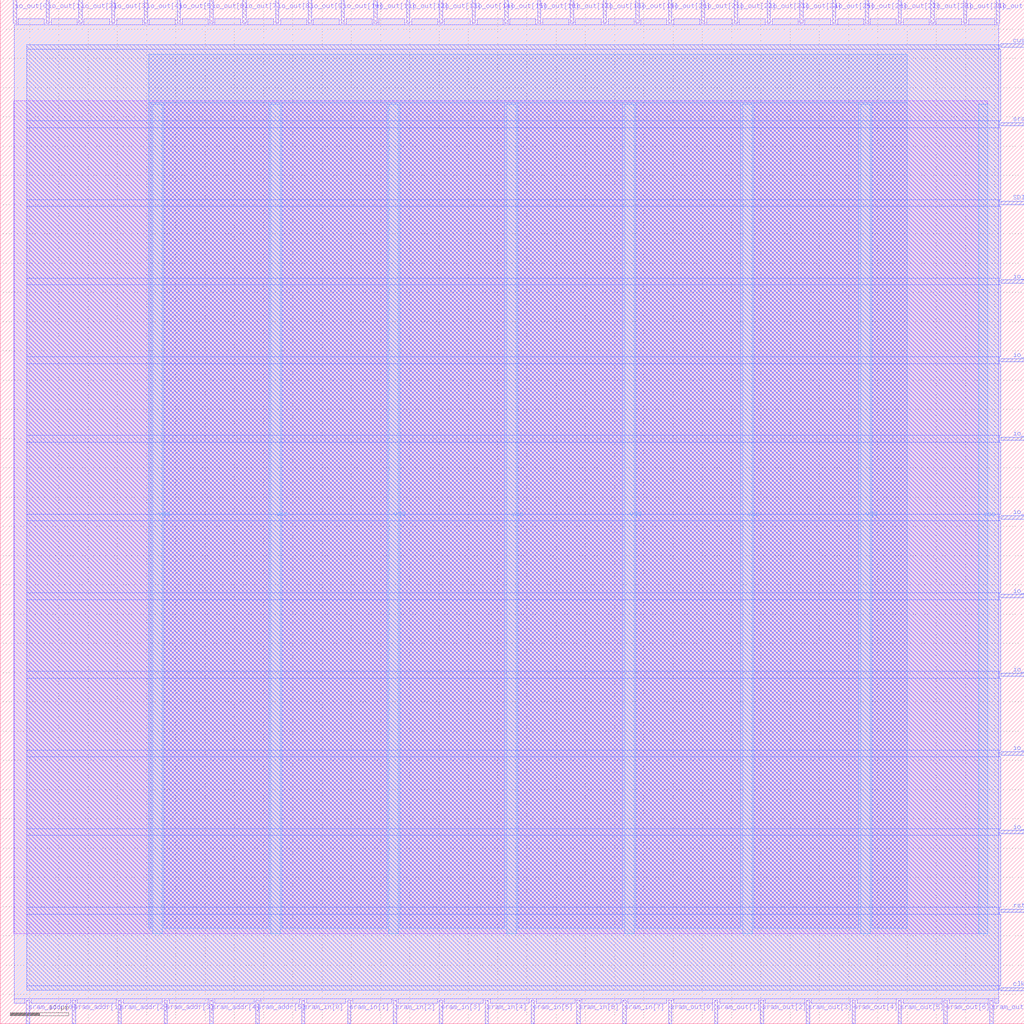
<source format=lef>
VERSION 5.7 ;
  NOWIREEXTENSIONATPIN ON ;
  DIVIDERCHAR "/" ;
  BUSBITCHARS "[]" ;
MACRO wrapped_mc14500
  CLASS BLOCK ;
  FOREIGN wrapped_mc14500 ;
  ORIGIN 0.000 0.000 ;
  SIZE 175.000 BY 175.000 ;
  PIN SDI
    DIRECTION INPUT ;
    USE SIGNAL ;
    ANTENNAGATEAREA 0.741000 ;
    ANTENNADIFFAREA 0.410400 ;
    PORT
      LAYER Metal3 ;
        RECT 171.000 140.000 175.000 140.560 ;
    END
  END SDI
  PIN clk_i
    DIRECTION INPUT ;
    USE SIGNAL ;
    ANTENNAGATEAREA 4.738000 ;
    ANTENNADIFFAREA 0.410400 ;
    PORT
      LAYER Metal3 ;
        RECT 171.000 5.600 175.000 6.160 ;
    END
  END clk_i
  PIN custom_setting
    DIRECTION INPUT ;
    USE SIGNAL ;
    ANTENNAGATEAREA 0.741000 ;
    ANTENNADIFFAREA 0.410400 ;
    PORT
      LAYER Metal3 ;
        RECT 171.000 166.880 175.000 167.440 ;
    END
  END custom_setting
  PIN io_in[0]
    DIRECTION INPUT ;
    USE SIGNAL ;
    ANTENNAGATEAREA 0.741000 ;
    ANTENNADIFFAREA 0.410400 ;
    PORT
      LAYER Metal3 ;
        RECT 171.000 32.480 175.000 33.040 ;
    END
  END io_in[0]
  PIN io_in[1]
    DIRECTION INPUT ;
    USE SIGNAL ;
    ANTENNAGATEAREA 0.741000 ;
    ANTENNADIFFAREA 0.410400 ;
    PORT
      LAYER Metal3 ;
        RECT 171.000 45.920 175.000 46.480 ;
    END
  END io_in[1]
  PIN io_in[2]
    DIRECTION INPUT ;
    USE SIGNAL ;
    ANTENNAGATEAREA 0.741000 ;
    ANTENNADIFFAREA 0.410400 ;
    PORT
      LAYER Metal3 ;
        RECT 171.000 59.360 175.000 59.920 ;
    END
  END io_in[2]
  PIN io_in[3]
    DIRECTION INPUT ;
    USE SIGNAL ;
    ANTENNAGATEAREA 0.741000 ;
    ANTENNADIFFAREA 0.410400 ;
    PORT
      LAYER Metal3 ;
        RECT 171.000 72.800 175.000 73.360 ;
    END
  END io_in[3]
  PIN io_in[4]
    DIRECTION INPUT ;
    USE SIGNAL ;
    ANTENNAGATEAREA 0.741000 ;
    ANTENNADIFFAREA 0.410400 ;
    PORT
      LAYER Metal3 ;
        RECT 171.000 86.240 175.000 86.800 ;
    END
  END io_in[4]
  PIN io_in[5]
    DIRECTION INPUT ;
    USE SIGNAL ;
    ANTENNAGATEAREA 0.741000 ;
    ANTENNADIFFAREA 0.410400 ;
    PORT
      LAYER Metal3 ;
        RECT 171.000 99.680 175.000 100.240 ;
    END
  END io_in[5]
  PIN io_in[6]
    DIRECTION INPUT ;
    USE SIGNAL ;
    ANTENNAGATEAREA 0.498500 ;
    ANTENNADIFFAREA 0.410400 ;
    PORT
      LAYER Metal3 ;
        RECT 171.000 113.120 175.000 113.680 ;
    END
  END io_in[6]
  PIN io_in[7]
    DIRECTION INPUT ;
    USE SIGNAL ;
    ANTENNAGATEAREA 0.726000 ;
    ANTENNADIFFAREA 0.410400 ;
    PORT
      LAYER Metal3 ;
        RECT 171.000 126.560 175.000 127.120 ;
    END
  END io_in[7]
  PIN io_out[0]
    DIRECTION OUTPUT TRISTATE ;
    USE SIGNAL ;
    ANTENNADIFFAREA 0.360800 ;
    PORT
      LAYER Metal2 ;
        RECT 2.240 171.000 2.800 175.000 ;
    END
  END io_out[0]
  PIN io_out[10]
    DIRECTION OUTPUT TRISTATE ;
    USE SIGNAL ;
    ANTENNADIFFAREA 4.731200 ;
    PORT
      LAYER Metal2 ;
        RECT 58.240 171.000 58.800 175.000 ;
    END
  END io_out[10]
  PIN io_out[11]
    DIRECTION OUTPUT TRISTATE ;
    USE SIGNAL ;
    ANTENNADIFFAREA 4.731200 ;
    PORT
      LAYER Metal2 ;
        RECT 63.840 171.000 64.400 175.000 ;
    END
  END io_out[11]
  PIN io_out[12]
    DIRECTION OUTPUT TRISTATE ;
    USE SIGNAL ;
    ANTENNADIFFAREA 4.731200 ;
    PORT
      LAYER Metal2 ;
        RECT 69.440 171.000 70.000 175.000 ;
    END
  END io_out[12]
  PIN io_out[13]
    DIRECTION OUTPUT TRISTATE ;
    USE SIGNAL ;
    ANTENNADIFFAREA 4.731200 ;
    PORT
      LAYER Metal2 ;
        RECT 75.040 171.000 75.600 175.000 ;
    END
  END io_out[13]
  PIN io_out[14]
    DIRECTION OUTPUT TRISTATE ;
    USE SIGNAL ;
    ANTENNADIFFAREA 4.731200 ;
    PORT
      LAYER Metal2 ;
        RECT 80.640 171.000 81.200 175.000 ;
    END
  END io_out[14]
  PIN io_out[15]
    DIRECTION OUTPUT TRISTATE ;
    USE SIGNAL ;
    ANTENNADIFFAREA 4.731200 ;
    PORT
      LAYER Metal2 ;
        RECT 86.240 171.000 86.800 175.000 ;
    END
  END io_out[15]
  PIN io_out[16]
    DIRECTION OUTPUT TRISTATE ;
    USE SIGNAL ;
    ANTENNADIFFAREA 4.731200 ;
    PORT
      LAYER Metal2 ;
        RECT 91.840 171.000 92.400 175.000 ;
    END
  END io_out[16]
  PIN io_out[17]
    DIRECTION OUTPUT TRISTATE ;
    USE SIGNAL ;
    ANTENNADIFFAREA 4.731200 ;
    PORT
      LAYER Metal2 ;
        RECT 97.440 171.000 98.000 175.000 ;
    END
  END io_out[17]
  PIN io_out[18]
    DIRECTION OUTPUT TRISTATE ;
    USE SIGNAL ;
    ANTENNADIFFAREA 4.731200 ;
    PORT
      LAYER Metal2 ;
        RECT 103.040 171.000 103.600 175.000 ;
    END
  END io_out[18]
  PIN io_out[19]
    DIRECTION OUTPUT TRISTATE ;
    USE SIGNAL ;
    ANTENNADIFFAREA 4.731200 ;
    PORT
      LAYER Metal2 ;
        RECT 108.640 171.000 109.200 175.000 ;
    END
  END io_out[19]
  PIN io_out[1]
    DIRECTION OUTPUT TRISTATE ;
    USE SIGNAL ;
    ANTENNADIFFAREA 0.360800 ;
    PORT
      LAYER Metal2 ;
        RECT 7.840 171.000 8.400 175.000 ;
    END
  END io_out[1]
  PIN io_out[20]
    DIRECTION OUTPUT TRISTATE ;
    USE SIGNAL ;
    ANTENNADIFFAREA 4.731200 ;
    PORT
      LAYER Metal2 ;
        RECT 114.240 171.000 114.800 175.000 ;
    END
  END io_out[20]
  PIN io_out[21]
    DIRECTION OUTPUT TRISTATE ;
    USE SIGNAL ;
    ANTENNADIFFAREA 4.731200 ;
    PORT
      LAYER Metal2 ;
        RECT 119.840 171.000 120.400 175.000 ;
    END
  END io_out[21]
  PIN io_out[22]
    DIRECTION OUTPUT TRISTATE ;
    USE SIGNAL ;
    ANTENNADIFFAREA 4.731200 ;
    PORT
      LAYER Metal2 ;
        RECT 125.440 171.000 126.000 175.000 ;
    END
  END io_out[22]
  PIN io_out[23]
    DIRECTION OUTPUT TRISTATE ;
    USE SIGNAL ;
    ANTENNADIFFAREA 4.731200 ;
    PORT
      LAYER Metal2 ;
        RECT 131.040 171.000 131.600 175.000 ;
    END
  END io_out[23]
  PIN io_out[24]
    DIRECTION OUTPUT TRISTATE ;
    USE SIGNAL ;
    ANTENNADIFFAREA 4.731200 ;
    PORT
      LAYER Metal2 ;
        RECT 136.640 171.000 137.200 175.000 ;
    END
  END io_out[24]
  PIN io_out[25]
    DIRECTION OUTPUT TRISTATE ;
    USE SIGNAL ;
    ANTENNADIFFAREA 4.731200 ;
    PORT
      LAYER Metal2 ;
        RECT 142.240 171.000 142.800 175.000 ;
    END
  END io_out[25]
  PIN io_out[26]
    DIRECTION OUTPUT TRISTATE ;
    USE SIGNAL ;
    ANTENNADIFFAREA 4.731200 ;
    PORT
      LAYER Metal2 ;
        RECT 147.840 171.000 148.400 175.000 ;
    END
  END io_out[26]
  PIN io_out[27]
    DIRECTION OUTPUT TRISTATE ;
    USE SIGNAL ;
    ANTENNADIFFAREA 4.731200 ;
    PORT
      LAYER Metal2 ;
        RECT 153.440 171.000 154.000 175.000 ;
    END
  END io_out[27]
  PIN io_out[28]
    DIRECTION OUTPUT TRISTATE ;
    USE SIGNAL ;
    ANTENNADIFFAREA 4.731200 ;
    PORT
      LAYER Metal2 ;
        RECT 159.040 171.000 159.600 175.000 ;
    END
  END io_out[28]
  PIN io_out[29]
    DIRECTION OUTPUT TRISTATE ;
    USE SIGNAL ;
    ANTENNADIFFAREA 4.731200 ;
    PORT
      LAYER Metal2 ;
        RECT 164.640 171.000 165.200 175.000 ;
    END
  END io_out[29]
  PIN io_out[2]
    DIRECTION OUTPUT TRISTATE ;
    USE SIGNAL ;
    ANTENNADIFFAREA 0.360800 ;
    PORT
      LAYER Metal2 ;
        RECT 13.440 171.000 14.000 175.000 ;
    END
  END io_out[2]
  PIN io_out[30]
    DIRECTION OUTPUT TRISTATE ;
    USE SIGNAL ;
    ANTENNADIFFAREA 4.731200 ;
    PORT
      LAYER Metal2 ;
        RECT 170.240 171.000 170.800 175.000 ;
    END
  END io_out[30]
  PIN io_out[3]
    DIRECTION OUTPUT TRISTATE ;
    USE SIGNAL ;
    ANTENNADIFFAREA 0.360800 ;
    PORT
      LAYER Metal2 ;
        RECT 19.040 171.000 19.600 175.000 ;
    END
  END io_out[3]
  PIN io_out[4]
    DIRECTION OUTPUT TRISTATE ;
    USE SIGNAL ;
    ANTENNADIFFAREA 0.360800 ;
    PORT
      LAYER Metal2 ;
        RECT 24.640 171.000 25.200 175.000 ;
    END
  END io_out[4]
  PIN io_out[5]
    DIRECTION OUTPUT TRISTATE ;
    USE SIGNAL ;
    ANTENNADIFFAREA 0.360800 ;
    PORT
      LAYER Metal2 ;
        RECT 30.240 171.000 30.800 175.000 ;
    END
  END io_out[5]
  PIN io_out[6]
    DIRECTION OUTPUT TRISTATE ;
    USE SIGNAL ;
    ANTENNADIFFAREA 0.360800 ;
    PORT
      LAYER Metal2 ;
        RECT 35.840 171.000 36.400 175.000 ;
    END
  END io_out[6]
  PIN io_out[7]
    DIRECTION OUTPUT TRISTATE ;
    USE SIGNAL ;
    ANTENNADIFFAREA 0.360800 ;
    PORT
      LAYER Metal2 ;
        RECT 41.440 171.000 42.000 175.000 ;
    END
  END io_out[7]
  PIN io_out[8]
    DIRECTION OUTPUT TRISTATE ;
    USE SIGNAL ;
    ANTENNADIFFAREA 4.731200 ;
    PORT
      LAYER Metal2 ;
        RECT 47.040 171.000 47.600 175.000 ;
    END
  END io_out[8]
  PIN io_out[9]
    DIRECTION OUTPUT TRISTATE ;
    USE SIGNAL ;
    ANTENNADIFFAREA 4.731200 ;
    PORT
      LAYER Metal2 ;
        RECT 52.640 171.000 53.200 175.000 ;
    END
  END io_out[9]
  PIN rst_n
    DIRECTION INPUT ;
    USE SIGNAL ;
    ANTENNAGATEAREA 0.741000 ;
    ANTENNADIFFAREA 0.410400 ;
    PORT
      LAYER Metal3 ;
        RECT 171.000 19.040 175.000 19.600 ;
    END
  END rst_n
  PIN sram_addr[0]
    DIRECTION OUTPUT TRISTATE ;
    USE SIGNAL ;
    ANTENNADIFFAREA 4.731200 ;
    PORT
      LAYER Metal2 ;
        RECT 4.480 0.000 5.040 4.000 ;
    END
  END sram_addr[0]
  PIN sram_addr[1]
    DIRECTION OUTPUT TRISTATE ;
    USE SIGNAL ;
    ANTENNADIFFAREA 4.731200 ;
    PORT
      LAYER Metal2 ;
        RECT 12.320 0.000 12.880 4.000 ;
    END
  END sram_addr[1]
  PIN sram_addr[2]
    DIRECTION OUTPUT TRISTATE ;
    USE SIGNAL ;
    ANTENNADIFFAREA 4.731200 ;
    PORT
      LAYER Metal2 ;
        RECT 20.160 0.000 20.720 4.000 ;
    END
  END sram_addr[2]
  PIN sram_addr[3]
    DIRECTION OUTPUT TRISTATE ;
    USE SIGNAL ;
    ANTENNADIFFAREA 4.731200 ;
    PORT
      LAYER Metal2 ;
        RECT 28.000 0.000 28.560 4.000 ;
    END
  END sram_addr[3]
  PIN sram_addr[4]
    DIRECTION OUTPUT TRISTATE ;
    USE SIGNAL ;
    ANTENNADIFFAREA 4.731200 ;
    PORT
      LAYER Metal2 ;
        RECT 35.840 0.000 36.400 4.000 ;
    END
  END sram_addr[4]
  PIN sram_addr[5]
    DIRECTION OUTPUT TRISTATE ;
    USE SIGNAL ;
    ANTENNADIFFAREA 4.731200 ;
    PORT
      LAYER Metal2 ;
        RECT 43.680 0.000 44.240 4.000 ;
    END
  END sram_addr[5]
  PIN sram_gwe
    DIRECTION OUTPUT TRISTATE ;
    USE SIGNAL ;
    ANTENNADIFFAREA 4.731200 ;
    PORT
      LAYER Metal3 ;
        RECT 171.000 153.440 175.000 154.000 ;
    END
  END sram_gwe
  PIN sram_in[0]
    DIRECTION OUTPUT TRISTATE ;
    USE SIGNAL ;
    ANTENNADIFFAREA 4.731200 ;
    PORT
      LAYER Metal2 ;
        RECT 51.520 0.000 52.080 4.000 ;
    END
  END sram_in[0]
  PIN sram_in[1]
    DIRECTION OUTPUT TRISTATE ;
    USE SIGNAL ;
    ANTENNADIFFAREA 4.731200 ;
    PORT
      LAYER Metal2 ;
        RECT 59.360 0.000 59.920 4.000 ;
    END
  END sram_in[1]
  PIN sram_in[2]
    DIRECTION OUTPUT TRISTATE ;
    USE SIGNAL ;
    ANTENNADIFFAREA 4.731200 ;
    PORT
      LAYER Metal2 ;
        RECT 67.200 0.000 67.760 4.000 ;
    END
  END sram_in[2]
  PIN sram_in[3]
    DIRECTION OUTPUT TRISTATE ;
    USE SIGNAL ;
    ANTENNADIFFAREA 4.731200 ;
    PORT
      LAYER Metal2 ;
        RECT 75.040 0.000 75.600 4.000 ;
    END
  END sram_in[3]
  PIN sram_in[4]
    DIRECTION OUTPUT TRISTATE ;
    USE SIGNAL ;
    ANTENNADIFFAREA 4.731200 ;
    PORT
      LAYER Metal2 ;
        RECT 82.880 0.000 83.440 4.000 ;
    END
  END sram_in[4]
  PIN sram_in[5]
    DIRECTION OUTPUT TRISTATE ;
    USE SIGNAL ;
    ANTENNADIFFAREA 4.731200 ;
    PORT
      LAYER Metal2 ;
        RECT 90.720 0.000 91.280 4.000 ;
    END
  END sram_in[5]
  PIN sram_in[6]
    DIRECTION OUTPUT TRISTATE ;
    USE SIGNAL ;
    ANTENNADIFFAREA 4.731200 ;
    PORT
      LAYER Metal2 ;
        RECT 98.560 0.000 99.120 4.000 ;
    END
  END sram_in[6]
  PIN sram_in[7]
    DIRECTION OUTPUT TRISTATE ;
    USE SIGNAL ;
    ANTENNADIFFAREA 4.731200 ;
    PORT
      LAYER Metal2 ;
        RECT 106.400 0.000 106.960 4.000 ;
    END
  END sram_in[7]
  PIN sram_out[0]
    DIRECTION INPUT ;
    USE SIGNAL ;
    ANTENNAGATEAREA 0.741000 ;
    ANTENNADIFFAREA 0.410400 ;
    PORT
      LAYER Metal2 ;
        RECT 114.240 0.000 114.800 4.000 ;
    END
  END sram_out[0]
  PIN sram_out[1]
    DIRECTION INPUT ;
    USE SIGNAL ;
    ANTENNAGATEAREA 0.741000 ;
    ANTENNADIFFAREA 0.410400 ;
    PORT
      LAYER Metal2 ;
        RECT 122.080 0.000 122.640 4.000 ;
    END
  END sram_out[1]
  PIN sram_out[2]
    DIRECTION INPUT ;
    USE SIGNAL ;
    ANTENNAGATEAREA 0.741000 ;
    ANTENNADIFFAREA 0.410400 ;
    PORT
      LAYER Metal2 ;
        RECT 129.920 0.000 130.480 4.000 ;
    END
  END sram_out[2]
  PIN sram_out[3]
    DIRECTION INPUT ;
    USE SIGNAL ;
    ANTENNAGATEAREA 0.741000 ;
    ANTENNADIFFAREA 0.410400 ;
    PORT
      LAYER Metal2 ;
        RECT 137.760 0.000 138.320 4.000 ;
    END
  END sram_out[3]
  PIN sram_out[4]
    DIRECTION INPUT ;
    USE SIGNAL ;
    ANTENNAGATEAREA 0.741000 ;
    ANTENNADIFFAREA 0.410400 ;
    PORT
      LAYER Metal2 ;
        RECT 145.600 0.000 146.160 4.000 ;
    END
  END sram_out[4]
  PIN sram_out[5]
    DIRECTION INPUT ;
    USE SIGNAL ;
    ANTENNAGATEAREA 0.741000 ;
    ANTENNADIFFAREA 0.410400 ;
    PORT
      LAYER Metal2 ;
        RECT 153.440 0.000 154.000 4.000 ;
    END
  END sram_out[5]
  PIN sram_out[6]
    DIRECTION INPUT ;
    USE SIGNAL ;
    ANTENNAGATEAREA 0.741000 ;
    ANTENNADIFFAREA 0.410400 ;
    PORT
      LAYER Metal2 ;
        RECT 161.280 0.000 161.840 4.000 ;
    END
  END sram_out[6]
  PIN sram_out[7]
    DIRECTION INPUT ;
    USE SIGNAL ;
    ANTENNAGATEAREA 0.741000 ;
    ANTENNADIFFAREA 0.410400 ;
    PORT
      LAYER Metal2 ;
        RECT 169.120 0.000 169.680 4.000 ;
    END
  END sram_out[7]
  PIN vdd
    DIRECTION INOUT ;
    USE POWER ;
    PORT
      LAYER Metal4 ;
        RECT 26.080 15.380 27.680 157.100 ;
    END
    PORT
      LAYER Metal4 ;
        RECT 66.400 15.380 68.000 157.100 ;
    END
    PORT
      LAYER Metal4 ;
        RECT 106.720 15.380 108.320 157.100 ;
    END
    PORT
      LAYER Metal4 ;
        RECT 147.040 15.380 148.640 157.100 ;
    END
  END vdd
  PIN vss
    DIRECTION INOUT ;
    USE GROUND ;
    PORT
      LAYER Metal4 ;
        RECT 46.240 15.380 47.840 157.100 ;
    END
    PORT
      LAYER Metal4 ;
        RECT 86.560 15.380 88.160 157.100 ;
    END
    PORT
      LAYER Metal4 ;
        RECT 126.880 15.380 128.480 157.100 ;
    END
    PORT
      LAYER Metal4 ;
        RECT 167.200 15.380 168.800 157.100 ;
    END
  END vss
  OBS
      LAYER Metal1 ;
        RECT 2.330 15.380 168.800 157.770 ;
      LAYER Metal2 ;
        RECT 3.100 170.700 7.540 171.780 ;
        RECT 8.700 170.700 13.140 171.780 ;
        RECT 14.300 170.700 18.740 171.780 ;
        RECT 19.900 170.700 24.340 171.780 ;
        RECT 25.500 170.700 29.940 171.780 ;
        RECT 31.100 170.700 35.540 171.780 ;
        RECT 36.700 170.700 41.140 171.780 ;
        RECT 42.300 170.700 46.740 171.780 ;
        RECT 47.900 170.700 52.340 171.780 ;
        RECT 53.500 170.700 57.940 171.780 ;
        RECT 59.100 170.700 63.540 171.780 ;
        RECT 64.700 170.700 69.140 171.780 ;
        RECT 70.300 170.700 74.740 171.780 ;
        RECT 75.900 170.700 80.340 171.780 ;
        RECT 81.500 170.700 85.940 171.780 ;
        RECT 87.100 170.700 91.540 171.780 ;
        RECT 92.700 170.700 97.140 171.780 ;
        RECT 98.300 170.700 102.740 171.780 ;
        RECT 103.900 170.700 108.340 171.780 ;
        RECT 109.500 170.700 113.940 171.780 ;
        RECT 115.100 170.700 119.540 171.780 ;
        RECT 120.700 170.700 125.140 171.780 ;
        RECT 126.300 170.700 130.740 171.780 ;
        RECT 131.900 170.700 136.340 171.780 ;
        RECT 137.500 170.700 141.940 171.780 ;
        RECT 143.100 170.700 147.540 171.780 ;
        RECT 148.700 170.700 153.140 171.780 ;
        RECT 154.300 170.700 158.740 171.780 ;
        RECT 159.900 170.700 164.340 171.780 ;
        RECT 165.500 170.700 169.940 171.780 ;
        RECT 2.380 4.300 170.660 170.700 ;
        RECT 2.380 3.500 4.180 4.300 ;
        RECT 5.340 3.500 12.020 4.300 ;
        RECT 13.180 3.500 19.860 4.300 ;
        RECT 21.020 3.500 27.700 4.300 ;
        RECT 28.860 3.500 35.540 4.300 ;
        RECT 36.700 3.500 43.380 4.300 ;
        RECT 44.540 3.500 51.220 4.300 ;
        RECT 52.380 3.500 59.060 4.300 ;
        RECT 60.220 3.500 66.900 4.300 ;
        RECT 68.060 3.500 74.740 4.300 ;
        RECT 75.900 3.500 82.580 4.300 ;
        RECT 83.740 3.500 90.420 4.300 ;
        RECT 91.580 3.500 98.260 4.300 ;
        RECT 99.420 3.500 106.100 4.300 ;
        RECT 107.260 3.500 113.940 4.300 ;
        RECT 115.100 3.500 121.780 4.300 ;
        RECT 122.940 3.500 129.620 4.300 ;
        RECT 130.780 3.500 137.460 4.300 ;
        RECT 138.620 3.500 145.300 4.300 ;
        RECT 146.460 3.500 153.140 4.300 ;
        RECT 154.300 3.500 160.980 4.300 ;
        RECT 162.140 3.500 168.820 4.300 ;
        RECT 169.980 3.500 170.660 4.300 ;
      LAYER Metal3 ;
        RECT 4.570 166.580 170.700 167.300 ;
        RECT 4.570 154.300 171.000 166.580 ;
        RECT 4.570 153.140 170.700 154.300 ;
        RECT 4.570 140.860 171.000 153.140 ;
        RECT 4.570 139.700 170.700 140.860 ;
        RECT 4.570 127.420 171.000 139.700 ;
        RECT 4.570 126.260 170.700 127.420 ;
        RECT 4.570 113.980 171.000 126.260 ;
        RECT 4.570 112.820 170.700 113.980 ;
        RECT 4.570 100.540 171.000 112.820 ;
        RECT 4.570 99.380 170.700 100.540 ;
        RECT 4.570 87.100 171.000 99.380 ;
        RECT 4.570 85.940 170.700 87.100 ;
        RECT 4.570 73.660 171.000 85.940 ;
        RECT 4.570 72.500 170.700 73.660 ;
        RECT 4.570 60.220 171.000 72.500 ;
        RECT 4.570 59.060 170.700 60.220 ;
        RECT 4.570 46.780 171.000 59.060 ;
        RECT 4.570 45.620 170.700 46.780 ;
        RECT 4.570 33.340 171.000 45.620 ;
        RECT 4.570 32.180 170.700 33.340 ;
        RECT 4.570 19.900 171.000 32.180 ;
        RECT 4.570 18.740 170.700 19.900 ;
        RECT 4.570 6.460 171.000 18.740 ;
        RECT 4.570 5.740 170.700 6.460 ;
      LAYER Metal4 ;
        RECT 25.340 157.400 154.980 165.670 ;
        RECT 25.340 16.330 25.780 157.400 ;
        RECT 27.980 16.330 45.940 157.400 ;
        RECT 48.140 16.330 66.100 157.400 ;
        RECT 68.300 16.330 86.260 157.400 ;
        RECT 88.460 16.330 106.420 157.400 ;
        RECT 108.620 16.330 126.580 157.400 ;
        RECT 128.780 16.330 146.740 157.400 ;
        RECT 148.940 16.330 154.980 157.400 ;
  END
END wrapped_mc14500
END LIBRARY


</source>
